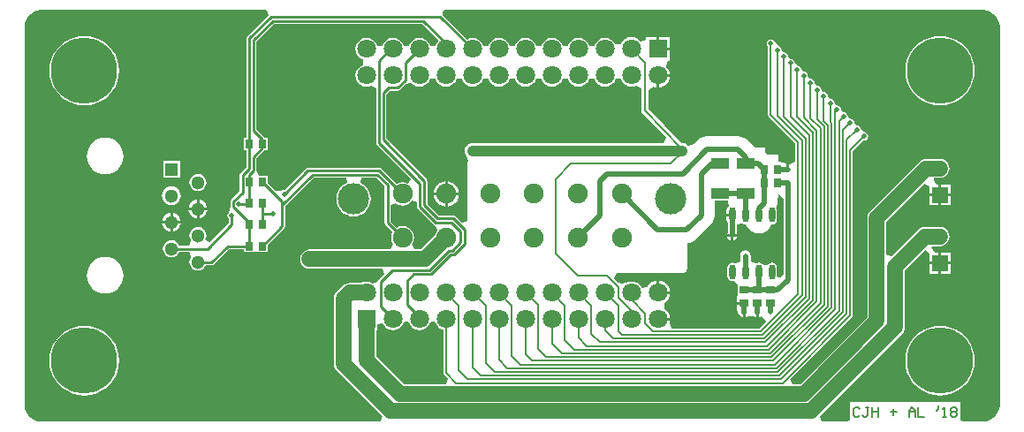
<source format=gtl>
G04*
G04 #@! TF.GenerationSoftware,Altium Limited,Altium Designer,18.0.11 (651)*
G04*
G04 Layer_Physical_Order=1*
G04 Layer_Color=255*
%FSLAX25Y25*%
%MOIN*%
G70*
G01*
G75*
%ADD13C,0.01000*%
%ADD16C,0.00700*%
%ADD17R,0.02756X0.03347*%
%ADD18R,0.03543X0.03150*%
%ADD19R,0.06693X0.04134*%
%ADD20O,0.02362X0.05709*%
%ADD35C,0.02000*%
%ADD36C,0.00800*%
%ADD37C,0.06000*%
%ADD38C,0.25000*%
%ADD39C,0.05118*%
%ADD40R,0.05118X0.05118*%
%ADD41C,0.07087*%
%ADD42R,0.07087X0.07087*%
%ADD43C,0.11811*%
%ADD44C,0.07480*%
%ADD45C,0.05906*%
%ADD46R,0.05906X0.05906*%
%ADD47C,0.02000*%
%ADD48C,0.03600*%
%ADD49C,0.04000*%
%ADD50C,0.04000*%
G36*
X-27926Y66306D02*
X-27955Y65868D01*
X-28619Y65003D01*
X-28968Y64161D01*
X-29383Y63995D01*
X-30617D01*
X-31032Y64161D01*
X-31381Y65003D01*
X-32045Y65868D01*
X-32910Y66533D01*
X-33918Y66950D01*
X-35000Y67092D01*
X-36082Y66950D01*
X-37089Y66533D01*
X-37955Y65868D01*
X-38619Y65003D01*
X-38968Y64161D01*
X-39383Y63995D01*
X-40617D01*
X-41032Y64161D01*
X-41381Y65003D01*
X-42045Y65868D01*
X-42911Y66533D01*
X-43918Y66950D01*
X-45000Y67092D01*
X-46082Y66950D01*
X-47089Y66533D01*
X-47955Y65868D01*
X-48619Y65003D01*
X-48968Y64161D01*
X-49383Y63995D01*
X-50617D01*
X-51032Y64161D01*
X-51381Y65003D01*
X-52045Y65868D01*
X-52911Y66533D01*
X-53918Y66950D01*
X-55000Y67092D01*
X-56082Y66950D01*
X-57090Y66533D01*
X-57955Y65868D01*
X-58619Y65003D01*
X-59037Y63995D01*
X-59179Y62913D01*
X-59037Y61832D01*
X-58619Y60824D01*
X-57955Y59958D01*
X-57090Y59294D01*
X-56248Y58946D01*
X-56082Y58530D01*
Y57297D01*
X-56248Y56881D01*
X-57090Y56533D01*
X-57955Y55868D01*
X-58619Y55003D01*
X-59037Y53995D01*
X-59179Y52913D01*
X-59037Y51832D01*
X-58619Y50824D01*
X-57955Y49958D01*
X-57090Y49294D01*
X-56082Y48877D01*
X-55000Y48734D01*
X-53918Y48877D01*
X-53342Y49116D01*
X-52012Y48540D01*
X-51342Y47977D01*
Y27427D01*
X-51342Y27427D01*
X-51256Y26998D01*
X-51013Y26634D01*
X-38059Y13679D01*
X-39150Y12059D01*
X-40206Y12496D01*
X-41339Y12645D01*
X-42472Y12496D01*
X-43527Y12059D01*
X-43569Y12027D01*
X-49376Y17834D01*
X-49740Y18077D01*
X-50169Y18162D01*
X-50169Y18162D01*
X-77080D01*
X-77080Y18162D01*
X-77509Y18077D01*
X-77873Y17834D01*
X-77873Y17834D01*
X-85960Y9746D01*
X-85998Y9754D01*
X-85998Y9754D01*
X-86622Y9630D01*
X-86622Y9630D01*
X-87152Y9276D01*
X-89205Y9355D01*
X-89299Y9388D01*
X-92319Y12408D01*
Y15073D01*
X-95338D01*
X-95608Y15321D01*
X-95948Y15843D01*
X-96503Y16979D01*
X-96460Y17193D01*
Y21734D01*
X-93468Y24727D01*
X-92319D01*
Y29273D01*
X-93184D01*
X-93186Y29282D01*
X-93429Y29646D01*
X-96460Y32677D01*
Y65833D01*
X-89858Y72436D01*
X-34056D01*
X-27926Y66306D01*
D02*
G37*
G36*
X-28968Y51666D02*
X-28619Y50824D01*
X-27955Y49958D01*
X-27090Y49294D01*
X-26082Y48877D01*
X-25000Y48734D01*
X-23918Y48877D01*
X-22910Y49294D01*
X-22045Y49958D01*
X-21381Y50824D01*
X-21032Y51666D01*
X-20617Y51832D01*
X-19383D01*
X-18968Y51666D01*
X-18619Y50824D01*
X-17955Y49958D01*
X-17089Y49294D01*
X-16082Y48877D01*
X-15000Y48734D01*
X-13918Y48877D01*
X-12911Y49294D01*
X-12045Y49958D01*
X-11381Y50824D01*
X-11032Y51666D01*
X-10617Y51832D01*
X-9383D01*
X-8968Y51666D01*
X-8619Y50824D01*
X-7955Y49958D01*
X-7090Y49294D01*
X-6082Y48877D01*
X-5000Y48734D01*
X-3918Y48877D01*
X-2911Y49294D01*
X-2045Y49958D01*
X-1381Y50824D01*
X-1032Y51666D01*
X-617Y51832D01*
X617D01*
X1032Y51666D01*
X1381Y50824D01*
X2045Y49958D01*
X2911Y49294D01*
X3918Y48877D01*
X5000Y48734D01*
X6082Y48877D01*
X7090Y49294D01*
X7955Y49958D01*
X8619Y50824D01*
X8968Y51666D01*
X9383Y51832D01*
X10617D01*
X11032Y51666D01*
X11381Y50824D01*
X12045Y49958D01*
X12911Y49294D01*
X13918Y48877D01*
X15000Y48734D01*
X16082Y48877D01*
X17089Y49294D01*
X17955Y49958D01*
X18619Y50824D01*
X18968Y51666D01*
X19383Y51832D01*
X20617D01*
X21032Y51666D01*
X21381Y50824D01*
X22045Y49958D01*
X22910Y49294D01*
X23918Y48877D01*
X25000Y48734D01*
X26082Y48877D01*
X27090Y49294D01*
X27955Y49958D01*
X28619Y50824D01*
X28968Y51666D01*
X29383Y51832D01*
X30617D01*
X31032Y51666D01*
X31381Y50824D01*
X32045Y49958D01*
X32910Y49294D01*
X33918Y48877D01*
X35000Y48734D01*
X36082Y48877D01*
X37089Y49294D01*
X37955Y49958D01*
X38619Y50824D01*
X38968Y51666D01*
X39383Y51832D01*
X40617D01*
X41032Y51666D01*
X41381Y50824D01*
X42045Y49958D01*
X42911Y49294D01*
X43918Y48877D01*
X45000Y48734D01*
X46082Y48877D01*
X46611Y49096D01*
X48020Y48467D01*
X48611Y47941D01*
Y39677D01*
X48663Y39417D01*
X48709Y39157D01*
X48717Y39145D01*
X48720Y39130D01*
X48867Y38910D01*
X49009Y38688D01*
X58051Y29275D01*
X57267Y27435D01*
X-14921D01*
X-15704Y27332D01*
X-16434Y27030D01*
X-17061Y26549D01*
X-17542Y25922D01*
X-17844Y25193D01*
X-17947Y24409D01*
X-17844Y23626D01*
X-17542Y22896D01*
X-17061Y22270D01*
X-16589Y20800D01*
X-16889Y20077D01*
Y19686D01*
Y-1777D01*
X-18889Y-2606D01*
X-21303Y-192D01*
X-21666Y51D01*
X-22096Y137D01*
X-22096Y137D01*
X-27705D01*
X-32023Y4455D01*
Y13127D01*
X-32108Y13556D01*
X-32351Y13920D01*
X-32351Y13920D01*
X-47499Y29068D01*
Y45857D01*
X-46207Y47148D01*
X-43077D01*
X-43077Y47148D01*
X-42647Y47234D01*
X-42284Y47477D01*
X-40183Y49577D01*
X-38315Y49897D01*
X-37555Y49651D01*
X-37089Y49294D01*
X-36082Y48877D01*
X-35000Y48734D01*
X-33918Y48877D01*
X-32910Y49294D01*
X-32045Y49958D01*
X-31381Y50824D01*
X-31032Y51666D01*
X-30617Y51832D01*
X-29383D01*
X-28968Y51666D01*
D02*
G37*
G36*
X179165Y77457D02*
X180412Y76941D01*
X181535Y76190D01*
X182490Y75236D01*
X183240Y74113D01*
X183756Y72865D01*
X184020Y71541D01*
Y70866D01*
Y-70866D01*
Y-71541D01*
X183756Y-72865D01*
X183240Y-74113D01*
X182490Y-75236D01*
X181535Y-76190D01*
X180412Y-76941D01*
X179165Y-77457D01*
X177840Y-77721D01*
X170845D01*
X169094Y-77120D01*
X169094Y-75721D01*
Y-70438D01*
X127423D01*
Y-75721D01*
X127423Y-77120D01*
X125672Y-77721D01*
X116859D01*
X116057Y-75721D01*
X147108Y-44670D01*
X147685Y-43918D01*
X148048Y-43042D01*
X148172Y-42102D01*
Y-20649D01*
X155864Y-12957D01*
X157428Y-14157D01*
X157465Y-15360D01*
X157465Y-15812D01*
Y-17374D01*
X160917D01*
Y-13921D01*
X159433D01*
X158190Y-11921D01*
X158395Y-11505D01*
X161417D01*
X162357Y-11381D01*
X163233Y-11019D01*
X163985Y-10442D01*
X164562Y-9690D01*
X164925Y-8814D01*
X165048Y-7874D01*
X164925Y-6934D01*
X164562Y-6058D01*
X163985Y-5306D01*
X163233Y-4729D01*
X162357Y-4367D01*
X161417Y-4243D01*
X155812D01*
X154872Y-4367D01*
X153996Y-4729D01*
X153244Y-5306D01*
X153244Y-5306D01*
X143209Y-15341D01*
X141209Y-14513D01*
Y-2302D01*
X155554Y12042D01*
X157465Y11125D01*
X157465Y10118D01*
Y8374D01*
X160917D01*
Y11827D01*
X160068D01*
X159054Y13314D01*
X158963Y13827D01*
X159225Y14243D01*
X161417D01*
X162357Y14367D01*
X163233Y14729D01*
X163985Y15306D01*
X164562Y16059D01*
X164925Y16934D01*
X165048Y17874D01*
X164925Y18814D01*
X164562Y19690D01*
X163985Y20442D01*
X163233Y21019D01*
X162357Y21381D01*
X161417Y21505D01*
X156251D01*
X155311Y21381D01*
X154435Y21019D01*
X153683Y20442D01*
X135011Y1769D01*
X134434Y1017D01*
X134071Y141D01*
X133947Y-798D01*
Y-38227D01*
X108685Y-63489D01*
X105672D01*
X104906Y-61641D01*
X128292Y-38255D01*
X128513Y-37924D01*
X128591Y-37534D01*
Y24428D01*
X132501Y28338D01*
X132659Y28306D01*
X132659Y28306D01*
X133283Y28431D01*
X133656Y28680D01*
X133812Y28784D01*
Y28784D01*
X134062Y29158D01*
X134166Y29313D01*
X134166Y29314D01*
X134290Y29938D01*
X134166Y30562D01*
X134166Y30562D01*
X133812Y31091D01*
X133812Y31091D01*
X133283Y31445D01*
X132618Y31607D01*
X131740Y32412D01*
X131524Y33121D01*
X131170Y33650D01*
X130641Y34004D01*
X129981Y34164D01*
X129170Y35001D01*
X129026Y35645D01*
X128673Y36175D01*
X128143Y36528D01*
X127519Y36652D01*
X126699Y37359D01*
X126547Y38008D01*
X126193Y38537D01*
X125664Y38891D01*
X124970Y39090D01*
X124170Y39959D01*
X124020Y40612D01*
X123666Y41141D01*
X123137Y41495D01*
X122472Y41660D01*
X121661Y42501D01*
X121515Y43148D01*
Y43148D01*
X121161Y43677D01*
X120632Y44031D01*
X119972Y44189D01*
X119126Y45007D01*
X118947Y45684D01*
Y45684D01*
X118593Y46214D01*
X118064Y46567D01*
X117440Y46691D01*
X116636Y47432D01*
X116506Y48062D01*
X116506Y48062D01*
X116152Y48592D01*
X115623Y48945D01*
X114917Y49163D01*
X114137Y50056D01*
X114001Y50694D01*
X114001Y50694D01*
X113647Y51223D01*
X113118Y51577D01*
X112376Y51844D01*
X111606Y52776D01*
X111472Y53382D01*
X111465Y53420D01*
X111111Y53949D01*
X110582Y54303D01*
X109958Y54427D01*
X109181Y54931D01*
X109023Y55576D01*
Y55576D01*
X108670Y56106D01*
X108141Y56459D01*
X107435Y56677D01*
X106655Y57570D01*
X106519Y58208D01*
X106519Y58208D01*
X106165Y58737D01*
X105636Y59091D01*
X105012Y59215D01*
X104175Y59961D01*
X104014Y60617D01*
X103661Y61146D01*
X103131Y61500D01*
X102469Y61663D01*
X101645Y62495D01*
X101488Y63152D01*
Y63152D01*
X101135Y63681D01*
X100605Y64035D01*
X100296Y64096D01*
X99082Y65558D01*
X98729Y66087D01*
X98199Y66441D01*
X98199Y66441D01*
X97759Y66528D01*
X97575Y66565D01*
X97527Y66555D01*
X97527Y66555D01*
X97520Y66554D01*
X96951Y66441D01*
X96422Y66087D01*
X96172Y65714D01*
X96068Y65558D01*
X96068Y65558D01*
X96031Y65374D01*
X95944Y64934D01*
X96068Y64309D01*
X96422Y63780D01*
X96422Y63780D01*
X96556Y63691D01*
Y38155D01*
X96633Y37765D01*
X96854Y37434D01*
X106878Y27411D01*
Y20263D01*
X106853Y20239D01*
X104878Y19377D01*
X104868Y19384D01*
X104587Y19440D01*
Y17500D01*
X103587D01*
Y19721D01*
X102339Y20173D01*
D01*
X100417Y20363D01*
Y23173D01*
X96498D01*
X96495Y23176D01*
X95451Y23978D01*
X95346Y24021D01*
Y25677D01*
X91529D01*
X88622Y28584D01*
X87577Y29386D01*
X86361Y29890D01*
X85056Y30061D01*
X73572D01*
X72266Y29890D01*
X71050Y29386D01*
X70006Y28584D01*
X68419Y26997D01*
X66313Y26549D01*
X65686Y27030D01*
X64956Y27332D01*
X64173Y27435D01*
X64169Y27435D01*
X64165Y27435D01*
X63778D01*
X51466Y40251D01*
Y47377D01*
X51735Y47717D01*
X53466Y48631D01*
X53814Y48487D01*
X54500Y48397D01*
Y52913D01*
X55000D01*
Y53413D01*
X59517D01*
X59426Y54099D01*
X58969Y55205D01*
X58240Y56154D01*
X57958Y56370D01*
X58637Y58370D01*
X59543D01*
Y62413D01*
X55000D01*
Y62913D01*
X54500D01*
Y67457D01*
X50457D01*
Y66551D01*
X48457Y65872D01*
X48240Y66154D01*
X47291Y66882D01*
X46186Y67340D01*
X45000Y67496D01*
X43814Y67340D01*
X42709Y66882D01*
X41760Y66154D01*
X41031Y65205D01*
X40866Y64805D01*
X38726Y64745D01*
X38619Y65003D01*
X37955Y65868D01*
X37089Y66533D01*
X36082Y66950D01*
X35000Y67092D01*
X33918Y66950D01*
X32910Y66533D01*
X32045Y65868D01*
X31381Y65003D01*
X31032Y64161D01*
X30617Y63995D01*
X29383D01*
X28968Y64161D01*
X28619Y65003D01*
X27955Y65868D01*
X27090Y66533D01*
X26082Y66950D01*
X25000Y67092D01*
X23918Y66950D01*
X22910Y66533D01*
X22045Y65868D01*
X21381Y65003D01*
X21032Y64161D01*
X20617Y63995D01*
X19383D01*
X18968Y64161D01*
X18619Y65003D01*
X17955Y65868D01*
X17089Y66533D01*
X16082Y66950D01*
X15000Y67092D01*
X13918Y66950D01*
X12911Y66533D01*
X12045Y65868D01*
X11381Y65003D01*
X11032Y64161D01*
X10617Y63995D01*
X9383D01*
X8968Y64161D01*
X8619Y65003D01*
X7955Y65868D01*
X7090Y66533D01*
X6082Y66950D01*
X5000Y67092D01*
X3918Y66950D01*
X2911Y66533D01*
X2045Y65868D01*
X1381Y65003D01*
X1032Y64161D01*
X617Y63995D01*
X-617D01*
X-1032Y64161D01*
X-1381Y65003D01*
X-2045Y65868D01*
X-2911Y66533D01*
X-3918Y66950D01*
X-5000Y67092D01*
X-6082Y66950D01*
X-7090Y66533D01*
X-7955Y65868D01*
X-8619Y65003D01*
X-8968Y64161D01*
X-9383Y63995D01*
X-10617D01*
X-11032Y64161D01*
X-11381Y65003D01*
X-12045Y65868D01*
X-12911Y66533D01*
X-13918Y66950D01*
X-15000Y67092D01*
X-16082Y66950D01*
X-17050Y66549D01*
X-26221Y75721D01*
X-26068Y76664D01*
X-25500Y77721D01*
X177840D01*
X179165Y77457D01*
D02*
G37*
G36*
X-36072Y5262D02*
X-35866Y5147D01*
Y3327D01*
X-35866Y3327D01*
X-35781Y2898D01*
X-35537Y2534D01*
X-29625Y-3378D01*
X-29625Y-3378D01*
X-29261Y-3621D01*
X-29149Y-3643D01*
X-28797Y-4074D01*
X-28669Y-4330D01*
X-28308Y-5706D01*
X-28594Y-6079D01*
X-29032Y-7135D01*
X-29066Y-7395D01*
X-34396Y-12726D01*
X-36896D01*
X-36917Y-12705D01*
X-37754Y-10726D01*
X-37547Y-10457D01*
X-37110Y-9401D01*
X-36961Y-8268D01*
X-37110Y-7135D01*
X-37547Y-6079D01*
X-38243Y-5172D01*
X-39150Y-4477D01*
X-40206Y-4039D01*
X-41339Y-3890D01*
X-42472Y-4039D01*
X-43527Y-4477D01*
X-43536Y-4484D01*
X-45836Y-2184D01*
Y3848D01*
X-45730Y3948D01*
X-43836Y4714D01*
X-43527Y4477D01*
X-42472Y4039D01*
X-41339Y3890D01*
X-40206Y4039D01*
X-39150Y4477D01*
X-38243Y5172D01*
X-37866Y5664D01*
X-36072Y5262D01*
D02*
G37*
G36*
X102447Y6528D02*
Y-22259D01*
X101175Y-23298D01*
X100530Y-23110D01*
X99816Y-22726D01*
Y-19555D01*
X99678Y-18860D01*
X99284Y-18271D01*
X98695Y-17877D01*
X98000Y-17739D01*
X97305Y-17877D01*
X96716Y-18271D01*
X96611Y-18428D01*
X95913Y-18584D01*
X95087D01*
X94389Y-18428D01*
X94284Y-18271D01*
X93695Y-17877D01*
X93000Y-17739D01*
X92305Y-17877D01*
X92039Y-18055D01*
X90822Y-17689D01*
X90039Y-17180D01*
Y-15135D01*
X89884Y-14354D01*
X89442Y-13693D01*
X88780Y-13251D01*
X88000Y-13095D01*
X87220Y-13251D01*
X86558Y-13693D01*
X86116Y-14354D01*
X85961Y-15135D01*
Y-17180D01*
X85178Y-17689D01*
X83961Y-18055D01*
X83695Y-17877D01*
X83000Y-17739D01*
X82305Y-17877D01*
X81716Y-18271D01*
X81322Y-18860D01*
X81184Y-19555D01*
Y-22902D01*
X81322Y-23596D01*
X81716Y-24186D01*
X82305Y-24579D01*
X83000Y-24718D01*
X83695Y-24579D01*
X85128Y-26027D01*
Y-30214D01*
X84728Y-30386D01*
Y-32461D01*
X87500D01*
Y-33461D01*
X84728D01*
Y-35535D01*
X84728D01*
X85593Y-37178D01*
X85616Y-37296D01*
X86058Y-37957D01*
X86720Y-38399D01*
X87000Y-38455D01*
Y-36516D01*
X88000D01*
Y-38455D01*
X88280Y-38399D01*
X88890Y-37992D01*
X88972Y-37957D01*
X90991Y-37912D01*
X91153Y-37974D01*
X91720Y-38352D01*
X92000Y-38408D01*
Y-36468D01*
X93000D01*
Y-38408D01*
X93280Y-38352D01*
X93890Y-37945D01*
X93972Y-37909D01*
X94051Y-37908D01*
X95927Y-39866D01*
X95916Y-40029D01*
X93445Y-42500D01*
X60544D01*
X60211Y-42239D01*
X59286Y-40500D01*
X59426Y-40162D01*
X59517Y-39476D01*
X55000D01*
Y-38476D01*
X59517D01*
X59426Y-37790D01*
X58969Y-36685D01*
X58240Y-35736D01*
X57377Y-35074D01*
X57291Y-34500D01*
Y-33453D01*
X57377Y-32879D01*
X58240Y-32217D01*
X58969Y-31268D01*
X59426Y-30162D01*
X59517Y-29476D01*
X55000D01*
Y-28976D01*
X54500D01*
Y-24460D01*
X53814Y-24550D01*
X52709Y-25008D01*
X51760Y-25736D01*
X51031Y-26685D01*
X50866Y-27085D01*
X48726Y-27145D01*
X48619Y-26887D01*
X47955Y-26021D01*
X47089Y-25357D01*
X46082Y-24940D01*
X45000Y-24797D01*
X43918Y-24940D01*
X42911Y-25357D01*
X41473Y-25740D01*
X40215Y-25120D01*
X38596Y-23501D01*
X39361Y-21654D01*
X64565D01*
X65288Y-21354D01*
X65842Y-20800D01*
X66142Y-20077D01*
Y-10316D01*
X67120Y-10187D01*
X68337Y-9683D01*
X69381Y-8882D01*
X74886Y-3376D01*
X75688Y-2332D01*
X76192Y-1115D01*
X76363Y190D01*
Y5723D01*
X81467D01*
X81601Y5375D01*
X81800Y3723D01*
X81428Y3474D01*
X80945Y2753D01*
X80776Y1902D01*
Y728D01*
X83000D01*
Y-272D01*
X80776D01*
Y-1445D01*
X80945Y-2296D01*
X81369Y-2929D01*
Y-6246D01*
X81116Y-6624D01*
X81060Y-6904D01*
X84940D01*
X84884Y-6624D01*
X84631Y-6246D01*
Y-3311D01*
X86569Y-2779D01*
X86706Y-2795D01*
X86904Y-2854D01*
X87305Y-3123D01*
X88000Y-3261D01*
X88133Y-3234D01*
X88474Y-4058D01*
X89305Y-5140D01*
X90387Y-5971D01*
X91647Y-6493D01*
X93000Y-6671D01*
X94353Y-6493D01*
X95613Y-5971D01*
X96695Y-5140D01*
X97526Y-4058D01*
X97867Y-3234D01*
X98000Y-3261D01*
X98695Y-3123D01*
X99284Y-2729D01*
X99678Y-2140D01*
X99816Y-1445D01*
Y1902D01*
X99678Y2596D01*
X99578Y2746D01*
X99911Y3549D01*
X100083Y4854D01*
Y6827D01*
X100417D01*
Y8264D01*
X100447Y8269D01*
X102447Y6528D01*
D02*
G37*
G36*
X-92161Y76664D02*
X-92008Y75721D01*
X-99975Y67753D01*
X-100218Y67390D01*
X-100303Y66961D01*
X-100303Y66960D01*
Y29273D01*
X-101196D01*
Y24727D01*
X-100303D01*
Y18320D01*
X-102489Y16134D01*
X-102732Y15770D01*
X-102818Y15341D01*
X-102818Y15341D01*
Y10671D01*
X-102818Y10671D01*
X-102817Y10667D01*
Y9316D01*
X-106056Y6078D01*
X-106299Y5714D01*
X-106384Y5284D01*
X-106384Y5284D01*
Y3624D01*
X-106384Y3545D01*
X-106398Y2757D01*
X-106598Y2029D01*
X-106931Y1261D01*
X-106993Y1156D01*
X-107300Y696D01*
X-107425Y71D01*
X-107300Y-553D01*
X-106947Y-1082D01*
X-107036Y-2963D01*
X-114128Y-10055D01*
X-115784Y-9097D01*
X-115466Y-8329D01*
X-115357Y-7504D01*
X-115466Y-6679D01*
X-115784Y-5911D01*
X-116290Y-5251D01*
X-116950Y-4744D01*
X-117719Y-4426D01*
X-118543Y-4318D01*
X-119368Y-4426D01*
X-120136Y-4744D01*
X-120796Y-5251D01*
X-121303Y-5911D01*
X-121621Y-6679D01*
X-121730Y-7504D01*
X-121621Y-8329D01*
X-121303Y-9097D01*
X-121084Y-9382D01*
X-121475Y-10702D01*
X-121964Y-11382D01*
X-125589D01*
X-125784Y-10911D01*
X-126290Y-10251D01*
X-126950Y-9745D01*
X-127719Y-9426D01*
X-128543Y-9318D01*
X-129368Y-9426D01*
X-130137Y-9745D01*
X-130796Y-10251D01*
X-131303Y-10911D01*
X-131621Y-11679D01*
X-131730Y-12504D01*
X-131621Y-13329D01*
X-131303Y-14097D01*
X-130796Y-14757D01*
X-130137Y-15263D01*
X-129368Y-15582D01*
X-128543Y-15690D01*
X-127719Y-15582D01*
X-126950Y-15263D01*
X-126290Y-14757D01*
X-125784Y-14097D01*
X-125589Y-13625D01*
X-121964D01*
X-121475Y-14306D01*
X-121084Y-15626D01*
X-121303Y-15911D01*
X-121621Y-16679D01*
X-121730Y-17504D01*
X-121621Y-18329D01*
X-121303Y-19097D01*
X-120796Y-19757D01*
X-120136Y-20263D01*
X-119368Y-20582D01*
X-118543Y-20690D01*
X-117719Y-20582D01*
X-116950Y-20263D01*
X-116290Y-19757D01*
X-115784Y-19097D01*
X-115588Y-18625D01*
X-113394D01*
X-113394Y-18625D01*
X-112964Y-18540D01*
X-112601Y-18297D01*
X-106905Y-12601D01*
X-101196D01*
Y-13753D01*
X-96758Y-13753D01*
X-95240Y-13753D01*
X-92319D01*
Y-11088D01*
X-85971Y-4740D01*
X-85971Y-4740D01*
X-85728Y-4376D01*
X-85643Y-3947D01*
Y3459D01*
X-74782Y14319D01*
X-62705D01*
X-62344Y12339D01*
X-63474Y11734D01*
X-64465Y10922D01*
X-65278Y9931D01*
X-65882Y8801D01*
X-66254Y7575D01*
X-66379Y6299D01*
X-66254Y5024D01*
X-65882Y3798D01*
X-65278Y2667D01*
X-64465Y1677D01*
X-63474Y864D01*
X-62344Y260D01*
X-61118Y-112D01*
X-59842Y-238D01*
X-58567Y-112D01*
X-57341Y260D01*
X-56211Y864D01*
X-55220Y1677D01*
X-54407Y2667D01*
X-53803Y3798D01*
X-53431Y5024D01*
X-53306Y6299D01*
X-53431Y7575D01*
X-53803Y8801D01*
X-54407Y9931D01*
X-55220Y10922D01*
X-56211Y11734D01*
X-57341Y12339D01*
X-56980Y14319D01*
X-51297D01*
X-48079Y11102D01*
Y-2648D01*
X-48079Y-2648D01*
X-47994Y-3078D01*
X-47751Y-3442D01*
X-45123Y-6070D01*
X-45130Y-6079D01*
X-45567Y-7135D01*
X-45716Y-8268D01*
X-45567Y-9401D01*
X-45130Y-10457D01*
X-44923Y-10726D01*
X-45760Y-12705D01*
X-45781Y-12726D01*
X-76412D01*
X-77352Y-12850D01*
X-78227Y-13213D01*
X-78979Y-13790D01*
X-79556Y-14541D01*
X-79919Y-15417D01*
X-80043Y-16357D01*
X-79919Y-17297D01*
X-79556Y-18173D01*
X-78979Y-18925D01*
X-78227Y-19502D01*
X-77352Y-19864D01*
X-76412Y-19988D01*
X-48916D01*
X-48151Y-21836D01*
X-50436Y-24121D01*
X-50679Y-24485D01*
X-50710Y-24638D01*
X-51574Y-25139D01*
X-52765Y-25469D01*
X-52911Y-25357D01*
X-53918Y-24940D01*
X-55000Y-24797D01*
X-56082Y-24940D01*
X-57061Y-25345D01*
X-61357D01*
X-62297Y-25469D01*
X-63173Y-25832D01*
X-63925Y-26409D01*
X-66219Y-28704D01*
X-66796Y-29456D01*
X-67159Y-30331D01*
X-67283Y-31271D01*
Y-55820D01*
X-67159Y-56760D01*
X-66796Y-57635D01*
X-66219Y-58387D01*
X-48886Y-75721D01*
X-49687Y-77721D01*
X-177840D01*
X-179165Y-77457D01*
X-180412Y-76941D01*
X-181535Y-76190D01*
X-182490Y-75236D01*
X-183240Y-74113D01*
X-183756Y-72865D01*
X-184020Y-71541D01*
Y-70866D01*
Y70866D01*
Y71541D01*
X-183756Y72865D01*
X-183240Y74113D01*
X-182490Y75236D01*
X-181535Y76190D01*
X-180412Y76941D01*
X-179165Y77457D01*
X-177840Y77721D01*
X-92729D01*
X-92161Y76664D01*
D02*
G37*
G36*
X-28968Y-40224D02*
X-28619Y-41066D01*
X-27955Y-41931D01*
X-27090Y-42595D01*
X-26082Y-43013D01*
X-26020Y-43021D01*
Y-59367D01*
X-25942Y-59757D01*
X-25721Y-60087D01*
X-24168Y-61641D01*
X-24933Y-63489D01*
X-40835D01*
X-51369Y-52954D01*
Y-43120D01*
X-50857D01*
Y-40890D01*
X-48857Y-40492D01*
X-48619Y-41066D01*
X-47955Y-41931D01*
X-47089Y-42595D01*
X-46082Y-43013D01*
X-45000Y-43155D01*
X-43918Y-43013D01*
X-42911Y-42595D01*
X-42045Y-41931D01*
X-41381Y-41066D01*
X-41032Y-40224D01*
X-40617Y-40058D01*
X-39383D01*
X-38968Y-40224D01*
X-38619Y-41066D01*
X-37955Y-41931D01*
X-37089Y-42595D01*
X-36082Y-43013D01*
X-35000Y-43155D01*
X-33918Y-43013D01*
X-32910Y-42595D01*
X-32045Y-41931D01*
X-31381Y-41066D01*
X-31032Y-40224D01*
X-30617Y-40058D01*
X-29383D01*
X-28968Y-40224D01*
D02*
G37*
%LPC*%
G36*
X-24303Y12983D02*
Y8768D01*
X-20088D01*
X-20185Y9505D01*
X-20663Y10658D01*
X-21422Y11648D01*
X-22413Y12408D01*
X-23566Y12886D01*
X-24303Y12983D01*
D02*
G37*
G36*
X-25303D02*
X-26041Y12886D01*
X-27194Y12408D01*
X-28184Y11648D01*
X-28944Y10658D01*
X-29421Y9505D01*
X-29518Y8768D01*
X-25303D01*
Y12983D01*
D02*
G37*
G36*
X-20088Y7768D02*
X-24303D01*
Y3553D01*
X-23566Y3650D01*
X-22413Y4127D01*
X-21422Y4887D01*
X-20663Y5877D01*
X-20185Y7030D01*
X-20088Y7768D01*
D02*
G37*
G36*
X-25303D02*
X-29518D01*
X-29421Y7030D01*
X-28944Y5877D01*
X-28184Y4887D01*
X-27194Y4127D01*
X-26041Y3650D01*
X-25303Y3553D01*
Y7768D01*
D02*
G37*
G36*
X59543Y67457D02*
X55500D01*
Y63413D01*
X59543D01*
Y67457D01*
D02*
G37*
G36*
X59517Y52413D02*
X55500D01*
Y48397D01*
X56186Y48487D01*
X57291Y48945D01*
X58240Y49673D01*
X58969Y50622D01*
X59426Y51727D01*
X59517Y52413D01*
D02*
G37*
G36*
X161417Y67865D02*
X159362Y67703D01*
X157357Y67222D01*
X155452Y66433D01*
X153693Y65355D01*
X152126Y64016D01*
X150786Y62448D01*
X149709Y60690D01*
X148920Y58785D01*
X148439Y56780D01*
X148277Y54724D01*
X148439Y52669D01*
X148920Y50664D01*
X149709Y48759D01*
X150786Y47001D01*
X152126Y45433D01*
X153693Y44093D01*
X155452Y43016D01*
X157357Y42227D01*
X159362Y41746D01*
X161417Y41584D01*
X163473Y41746D01*
X165478Y42227D01*
X167383Y43016D01*
X169141Y44093D01*
X170709Y45433D01*
X172048Y47001D01*
X173126Y48759D01*
X173915Y50664D01*
X174396Y52669D01*
X174558Y54724D01*
X174396Y56780D01*
X173915Y58785D01*
X173126Y60690D01*
X172048Y62448D01*
X170709Y64016D01*
X169141Y65355D01*
X167383Y66433D01*
X165478Y67222D01*
X163473Y67703D01*
X161417Y67865D01*
D02*
G37*
G36*
X161917Y11827D02*
Y8374D01*
X165370D01*
Y11827D01*
X161917D01*
D02*
G37*
G36*
X165370Y7374D02*
X161917D01*
Y3921D01*
X165370D01*
Y7374D01*
D02*
G37*
G36*
X160917D02*
X157465D01*
Y3921D01*
X160917D01*
Y7374D01*
D02*
G37*
G36*
X161917Y-13921D02*
Y-17374D01*
X165370D01*
Y-13921D01*
X161917D01*
D02*
G37*
G36*
X165370Y-18374D02*
X161917D01*
Y-21827D01*
X165370D01*
Y-18374D01*
D02*
G37*
G36*
X160917D02*
X157465D01*
Y-21827D01*
X160917D01*
Y-18374D01*
D02*
G37*
G36*
X161417Y-41584D02*
X159362Y-41746D01*
X157357Y-42227D01*
X155452Y-43016D01*
X153693Y-44093D01*
X152126Y-45433D01*
X150786Y-47001D01*
X149709Y-48759D01*
X148920Y-50664D01*
X148439Y-52669D01*
X148277Y-54724D01*
X148439Y-56780D01*
X148920Y-58785D01*
X149709Y-60690D01*
X150786Y-62448D01*
X152126Y-64016D01*
X153693Y-65355D01*
X155452Y-66433D01*
X157357Y-67222D01*
X159362Y-67703D01*
X161417Y-67865D01*
X163473Y-67703D01*
X165478Y-67222D01*
X167383Y-66433D01*
X169141Y-65355D01*
X170709Y-64016D01*
X172048Y-62448D01*
X173126Y-60690D01*
X173915Y-58785D01*
X174396Y-56780D01*
X174558Y-54724D01*
X174396Y-52669D01*
X173915Y-50664D01*
X173126Y-48759D01*
X172048Y-47001D01*
X170709Y-45433D01*
X169141Y-44093D01*
X167383Y-43016D01*
X165478Y-42227D01*
X163473Y-41746D01*
X161417Y-41584D01*
D02*
G37*
G36*
X84940Y-7904D02*
X83500D01*
Y-9344D01*
X83780Y-9288D01*
X84442Y-8846D01*
X84884Y-8185D01*
X84940Y-7904D01*
D02*
G37*
G36*
X82500D02*
X81060D01*
X81116Y-8185D01*
X81558Y-8846D01*
X82220Y-9288D01*
X82500Y-9344D01*
Y-7904D01*
D02*
G37*
G36*
X55500Y-24460D02*
Y-28476D01*
X59517D01*
X59426Y-27790D01*
X58969Y-26685D01*
X58240Y-25736D01*
X57291Y-25008D01*
X56186Y-24550D01*
X55500Y-24460D01*
D02*
G37*
G36*
X-161417Y67865D02*
X-163473Y67703D01*
X-165478Y67222D01*
X-167383Y66433D01*
X-169141Y65355D01*
X-170709Y64016D01*
X-172048Y62448D01*
X-173126Y60690D01*
X-173915Y58785D01*
X-174396Y56780D01*
X-174558Y54724D01*
X-174396Y52669D01*
X-173915Y50664D01*
X-173126Y48759D01*
X-172048Y47001D01*
X-170709Y45433D01*
X-169141Y44093D01*
X-167383Y43016D01*
X-165478Y42227D01*
X-163473Y41746D01*
X-161417Y41584D01*
X-159362Y41746D01*
X-157357Y42227D01*
X-155452Y43016D01*
X-153693Y44093D01*
X-152126Y45433D01*
X-150786Y47001D01*
X-149709Y48759D01*
X-148920Y50664D01*
X-148439Y52669D01*
X-148277Y54724D01*
X-148439Y56780D01*
X-148920Y58785D01*
X-149709Y60690D01*
X-150786Y62448D01*
X-152126Y64016D01*
X-153693Y65355D01*
X-155452Y66433D01*
X-157357Y67222D01*
X-159362Y67703D01*
X-161417Y67865D01*
D02*
G37*
G36*
X-153543Y29436D02*
X-154896Y29303D01*
X-156196Y28909D01*
X-157395Y28268D01*
X-158445Y27406D01*
X-159308Y26355D01*
X-159948Y25157D01*
X-160343Y23856D01*
X-160476Y22504D01*
X-160343Y21151D01*
X-159948Y19851D01*
X-159308Y18652D01*
X-158445Y17602D01*
X-157395Y16740D01*
X-156196Y16099D01*
X-154896Y15705D01*
X-153543Y15571D01*
X-152191Y15705D01*
X-150890Y16099D01*
X-149692Y16740D01*
X-148641Y17602D01*
X-147779Y18652D01*
X-147138Y19851D01*
X-146744Y21151D01*
X-146611Y22504D01*
X-146744Y23856D01*
X-147138Y25157D01*
X-147779Y26355D01*
X-148641Y27406D01*
X-149692Y28268D01*
X-150890Y28909D01*
X-152191Y29303D01*
X-153543Y29436D01*
D02*
G37*
G36*
X-125384Y20655D02*
X-131702D01*
Y14337D01*
X-125384D01*
Y20655D01*
D02*
G37*
G36*
X-118543Y15682D02*
X-119368Y15574D01*
X-120136Y15256D01*
X-120796Y14749D01*
X-121303Y14089D01*
X-121621Y13321D01*
X-121730Y12496D01*
X-121621Y11671D01*
X-121303Y10903D01*
X-120796Y10243D01*
X-120136Y9737D01*
X-119368Y9418D01*
X-118543Y9310D01*
X-117719Y9418D01*
X-116950Y9737D01*
X-116290Y10243D01*
X-115784Y10903D01*
X-115466Y11671D01*
X-115357Y12496D01*
X-115466Y13321D01*
X-115784Y14089D01*
X-116290Y14749D01*
X-116950Y15256D01*
X-117719Y15574D01*
X-118543Y15682D01*
D02*
G37*
G36*
X-128543Y11086D02*
X-129472Y10964D01*
X-130338Y10605D01*
X-131082Y10034D01*
X-131652Y9291D01*
X-132011Y8425D01*
X-132133Y7496D01*
X-132011Y6567D01*
X-131652Y5701D01*
X-131082Y4958D01*
X-130338Y4387D01*
X-129472Y4029D01*
X-128543Y3906D01*
X-127614Y4029D01*
X-126748Y4387D01*
X-126005Y4958D01*
X-125435Y5701D01*
X-125076Y6567D01*
X-124953Y7496D01*
X-125076Y8425D01*
X-125435Y9291D01*
X-126005Y10034D01*
X-126748Y10605D01*
X-127614Y10964D01*
X-128543Y11086D01*
D02*
G37*
G36*
X-118043Y6020D02*
Y2996D01*
X-115019D01*
X-115076Y3425D01*
X-115435Y4291D01*
X-116005Y5034D01*
X-116748Y5605D01*
X-117614Y5963D01*
X-118043Y6020D01*
D02*
G37*
G36*
X-119043D02*
X-119472Y5963D01*
X-120338Y5605D01*
X-121082Y5034D01*
X-121652Y4291D01*
X-122011Y3425D01*
X-122067Y2996D01*
X-119043D01*
Y6020D01*
D02*
G37*
G36*
Y1996D02*
X-122067D01*
X-122011Y1567D01*
X-121652Y701D01*
X-121082Y-42D01*
X-120338Y-613D01*
X-119472Y-971D01*
X-119043Y-1028D01*
Y1996D01*
D02*
G37*
G36*
X-115019D02*
X-118043D01*
Y-1028D01*
X-117614Y-971D01*
X-116748Y-613D01*
X-116005Y-42D01*
X-115435Y701D01*
X-115076Y1567D01*
X-115019Y1996D01*
D02*
G37*
G36*
X-128043Y1020D02*
Y-2004D01*
X-125019D01*
X-125076Y-1575D01*
X-125435Y-709D01*
X-126005Y34D01*
X-126748Y605D01*
X-127614Y963D01*
X-128043Y1020D01*
D02*
G37*
G36*
X-129043D02*
X-129472Y963D01*
X-130338Y605D01*
X-131082Y34D01*
X-131652Y-709D01*
X-132011Y-1575D01*
X-132067Y-2004D01*
X-129043D01*
Y1020D01*
D02*
G37*
G36*
Y-3004D02*
X-132067D01*
X-132011Y-3433D01*
X-131652Y-4299D01*
X-131082Y-5042D01*
X-130338Y-5613D01*
X-129472Y-5971D01*
X-129043Y-6028D01*
Y-3004D01*
D02*
G37*
G36*
X-125019D02*
X-128043D01*
Y-6028D01*
X-127614Y-5971D01*
X-126748Y-5613D01*
X-126005Y-5042D01*
X-125435Y-4299D01*
X-125076Y-3433D01*
X-125019Y-3004D01*
D02*
G37*
G36*
X-153543Y-15571D02*
X-154896Y-15705D01*
X-156196Y-16099D01*
X-157395Y-16740D01*
X-158445Y-17602D01*
X-159308Y-18652D01*
X-159948Y-19851D01*
X-160343Y-21151D01*
X-160476Y-22504D01*
X-160343Y-23856D01*
X-159948Y-25157D01*
X-159308Y-26355D01*
X-158445Y-27406D01*
X-157395Y-28268D01*
X-156196Y-28909D01*
X-154896Y-29303D01*
X-153543Y-29436D01*
X-152191Y-29303D01*
X-150890Y-28909D01*
X-149692Y-28268D01*
X-148641Y-27406D01*
X-147779Y-26355D01*
X-147138Y-25157D01*
X-146744Y-23856D01*
X-146611Y-22504D01*
X-146744Y-21151D01*
X-147138Y-19851D01*
X-147779Y-18652D01*
X-148641Y-17602D01*
X-149692Y-16740D01*
X-150890Y-16099D01*
X-152191Y-15705D01*
X-153543Y-15571D01*
D02*
G37*
G36*
X-161417Y-41584D02*
X-163473Y-41746D01*
X-165478Y-42227D01*
X-167383Y-43016D01*
X-169141Y-44093D01*
X-170709Y-45433D01*
X-172048Y-47001D01*
X-173126Y-48759D01*
X-173915Y-50664D01*
X-174396Y-52669D01*
X-174558Y-54724D01*
X-174396Y-56780D01*
X-173915Y-58785D01*
X-173126Y-60690D01*
X-172048Y-62448D01*
X-170709Y-64016D01*
X-169141Y-65355D01*
X-167383Y-66433D01*
X-165478Y-67222D01*
X-163473Y-67703D01*
X-161417Y-67865D01*
X-159362Y-67703D01*
X-157357Y-67222D01*
X-155452Y-66433D01*
X-153693Y-65355D01*
X-152126Y-64016D01*
X-150786Y-62448D01*
X-149709Y-60690D01*
X-148920Y-58785D01*
X-148439Y-56780D01*
X-148277Y-54724D01*
X-148439Y-52669D01*
X-148920Y-50664D01*
X-149709Y-48759D01*
X-150786Y-47001D01*
X-152126Y-45433D01*
X-153693Y-44093D01*
X-155452Y-43016D01*
X-157357Y-42227D01*
X-159362Y-41746D01*
X-161417Y-41584D01*
D02*
G37*
%LPD*%
D13*
X-94222Y25558D02*
Y28853D01*
X-99182Y17856D02*
Y66961D01*
X-105793Y-3307D02*
Y71D01*
X-114990Y-12504D02*
X-105793Y-3307D01*
X-128543Y-12504D02*
X-114990D01*
X-86764Y3923D02*
Y5268D01*
X-75247Y15441D02*
X-50832D01*
X-86764Y3923D02*
X-75247Y15441D01*
X-85998Y8122D02*
X-77080Y17041D01*
X-86764Y-3947D02*
Y3923D01*
X-50832Y15441D02*
X-46958Y11566D01*
Y-2648D02*
Y11566D01*
X-50169Y17041D02*
X-41396Y8268D01*
X-77080Y17041D02*
X-50169D01*
X-46958Y-2648D02*
X-41339Y-8268D01*
X-94297Y12800D02*
X-86764Y5268D01*
X-41396Y8268D02*
X-41339D01*
X-94297Y660D02*
X-90368D01*
X-94297D02*
Y4707D01*
X-31194Y-20457D02*
X-23850Y-13113D01*
X-49643Y-34333D02*
Y-24915D01*
Y-34333D02*
X-45000Y-38976D01*
X-49643Y-24915D02*
X-45186Y-20457D01*
X-31194D01*
X-39664Y-33764D02*
X-35000Y-38428D01*
X-39664Y-33764D02*
Y-24451D01*
X-37270Y-22057D01*
X-35000Y-38976D02*
Y-38428D01*
X-37270Y-22057D02*
X-30531D01*
X-23187Y-14713D01*
X-23850Y-13113D02*
X-22689D01*
X-23187Y-14713D02*
X-22027D01*
X-22689Y-13113D02*
X-19519Y-9943D01*
X-22027Y-14713D02*
X-17919Y-10605D01*
X-50220Y58506D02*
X-45812Y62913D01*
X-45000D01*
X-40279Y57635D02*
X-35000Y62913D01*
X-17919Y-10605D02*
Y-5161D01*
X-28169Y-985D02*
X-22096D01*
X-17919Y-5161D01*
X-28832Y-2585D02*
X-22758D01*
X-19519Y-5824D01*
Y-9943D02*
Y-5824D01*
X-118543Y-17504D02*
X-113394D01*
X-107369Y-11479D01*
X-99218D01*
X-25000Y-38976D02*
Y-38717D01*
X-103163Y4415D02*
X-99511D01*
X-99218Y4707D01*
X-25000Y62913D02*
Y64966D01*
X-48620Y46322D02*
X-46672Y48270D01*
X-43077D01*
X-40279Y51068D01*
Y57635D01*
X-105263Y3545D02*
Y5284D01*
X-101696Y8852D01*
Y10671D01*
X-101696Y10671D02*
X-101696Y10671D01*
X-101696Y10671D02*
Y15341D01*
X-94297Y-3386D02*
Y660D01*
Y-11479D02*
X-86764Y-3947D01*
X-99218Y-3386D02*
Y-2500D01*
X-105263Y3545D02*
X-99218Y-2500D01*
Y-11479D02*
Y-3386D01*
Y4707D02*
Y12800D01*
Y15556D01*
X-101696Y15341D02*
X-99182Y17856D01*
X-97582Y32212D02*
X-94222Y28853D01*
X-99218Y15556D02*
X-97582Y17193D01*
Y22199D01*
X-94222Y25558D01*
X-97582Y32212D02*
Y66298D01*
X-90322Y73557D01*
X-33592D01*
X-25000Y64966D01*
X-99182Y66961D02*
X-90985Y75157D01*
X-27244D01*
X-15000Y62913D01*
X-33144Y3990D02*
X-28169Y-985D01*
X-48620Y28603D02*
Y46322D01*
Y28603D02*
X-33144Y13127D01*
Y3990D02*
Y13127D01*
X-50220Y27427D02*
Y58506D01*
X-34744Y3327D02*
X-28832Y-2585D01*
X-34744Y3327D02*
Y11951D01*
X-50220Y27427D02*
X-34744Y11951D01*
D16*
X131055Y-72904D02*
X130472Y-72321D01*
X129306D01*
X128723Y-72904D01*
Y-75237D01*
X129306Y-75820D01*
X130472D01*
X131055Y-75237D01*
X134554Y-72321D02*
X133388D01*
X133971D01*
Y-75237D01*
X133388Y-75820D01*
X132805D01*
X132222Y-75237D01*
X135721Y-72321D02*
Y-75820D01*
Y-74070D01*
X138053D01*
Y-72321D01*
Y-75820D01*
X142718Y-74070D02*
X145051D01*
X143885Y-72904D02*
Y-75237D01*
X149716Y-75820D02*
Y-73487D01*
X150882Y-72321D01*
X152049Y-73487D01*
Y-75820D01*
Y-74070D01*
X149716D01*
X153215Y-72321D02*
Y-75820D01*
X155547D01*
X160796Y-71738D02*
Y-72904D01*
X160213Y-73487D01*
X162545Y-75820D02*
X163711D01*
X163128D01*
Y-72321D01*
X162545Y-72904D01*
X165461D02*
X166044Y-72321D01*
X167210D01*
X167794Y-72904D01*
Y-73487D01*
X167210Y-74070D01*
X167794Y-74653D01*
Y-75237D01*
X167210Y-75820D01*
X166044D01*
X165461Y-75237D01*
Y-74653D01*
X166044Y-74070D01*
X165461Y-73487D01*
Y-72904D01*
X166044Y-74070D02*
X167210D01*
D17*
X95039Y12500D02*
D03*
X99961Y12500D02*
D03*
X99961Y17500D02*
D03*
X95039D02*
D03*
X-94297Y27000D02*
D03*
X-99218D02*
D03*
X-94297Y12800D02*
D03*
X-99218D02*
D03*
X-94297Y-3386D02*
D03*
X-99218D02*
D03*
X-94297Y-11479D02*
D03*
X-99218D02*
D03*
X-94297Y4707D02*
D03*
X-99218D02*
D03*
D18*
X87500Y-32961D02*
D03*
Y-28039D02*
D03*
X92500Y-32961D02*
D03*
Y-28039D02*
D03*
X97500Y-32961D02*
D03*
X97500Y-28039D02*
D03*
D19*
X88000Y19610D02*
D03*
Y8390D02*
D03*
X78500Y8390D02*
D03*
Y19610D02*
D03*
D20*
X83000Y-21228D02*
D03*
X88000D02*
D03*
X93000D02*
D03*
X98000D02*
D03*
X83000Y228D02*
D03*
X88000D02*
D03*
X93000D02*
D03*
X98000D02*
D03*
D35*
X104079Y-24162D02*
Y12500D01*
X100201Y-28039D02*
X104079Y-24162D01*
X97500Y-28039D02*
X100201D01*
X99961Y12500D02*
X104079D01*
X99961Y17500D02*
X104087D01*
X71320Y190D02*
Y15589D01*
X65815Y-5315D02*
X71320Y190D01*
X54922Y-5315D02*
X65815D01*
X71320Y15589D02*
X75341Y19610D01*
X78500D01*
X73572Y25018D02*
X85056D01*
X64436Y15883D02*
X73572Y25018D01*
X35915Y15883D02*
X64436D01*
X33159Y13126D02*
X35915Y15883D01*
X88000Y19610D02*
Y22074D01*
X85056Y25018D02*
X88000Y22074D01*
X41339Y8268D02*
X54922Y-5315D01*
X33159Y88D02*
Y13126D01*
X24803Y-8268D02*
X33159Y88D01*
X87500Y-36516D02*
Y-32961D01*
X97500Y-36421D02*
Y-32961D01*
X92500Y-36468D02*
Y-32961D01*
Y-28039D02*
X97500D01*
X92500Y-28039D02*
X93000Y-27539D01*
X87500Y-28039D02*
X92500D01*
X93000Y-27539D02*
Y-21228D01*
X88000D02*
Y-15135D01*
X83000Y-7404D02*
Y228D01*
X88000Y8390D02*
X88000Y8390D01*
X78500Y8390D02*
X88000D01*
X92929Y19610D02*
X95039Y17500D01*
X88000Y19610D02*
X92929D01*
X95039Y12500D02*
Y17500D01*
Y4854D02*
Y12500D01*
X93000Y2815D02*
X95039Y4854D01*
X93000Y228D02*
Y2815D01*
X88000Y228D02*
Y8390D01*
D36*
X64450Y24675D02*
X64705Y24409D01*
X63860Y25289D02*
X64450Y24675D01*
X59889Y19594D02*
X64705Y24409D01*
X50125Y-40527D02*
X53118Y-43520D01*
X41432Y-44920D02*
X94447D01*
X38036Y-46320D02*
X95027D01*
X32975Y-47720D02*
X95607D01*
X28129Y-49120D02*
X96187D01*
X23606Y-50520D02*
X96767D01*
X18653Y-51920D02*
X97347D01*
X12730Y-53320D02*
X97926D01*
X7465Y-54720D02*
X98506D01*
X3118Y-56120D02*
X99086D01*
X-1837Y-57520D02*
X99666D01*
X-6515Y-58920D02*
X100246D01*
X-11857Y-60320D02*
X100826D01*
X-16780Y-61720D02*
X101406D01*
X-21247Y-63120D02*
X101986D01*
X39972Y-43459D02*
X41432Y-44920D01*
X94447D02*
X109297Y-30070D01*
X35000Y-43284D02*
X38036Y-46320D01*
X95027D02*
X110697Y-30650D01*
X29850Y-44595D02*
X32975Y-47720D01*
X95607D02*
X112097Y-31229D01*
X25000Y-45991D02*
X28129Y-49120D01*
X96187D02*
X113497Y-31809D01*
X19943Y-46856D02*
X23606Y-50520D01*
X96767D02*
X114897Y-32389D01*
X15000Y-48267D02*
X18653Y-51920D01*
X97347D02*
X116297Y-32969D01*
X9713Y-50302D02*
X12730Y-53320D01*
X97926D02*
X117697Y-33549D01*
X5000Y-52255D02*
X7465Y-54720D01*
X98506D02*
X119097Y-34129D01*
X-90Y-52912D02*
X3118Y-56120D01*
X99086D02*
X120497Y-34709D01*
X-5000Y-54356D02*
X-1837Y-57520D01*
X99666D02*
X121897Y-35289D01*
X-9926Y-55509D02*
X-6515Y-58920D01*
X100246D02*
X123371Y-35794D01*
X-15000Y-57177D02*
X-11857Y-60320D01*
X100826D02*
X124771Y-36374D01*
X-20131Y-58369D02*
X-16780Y-61720D01*
X101406D02*
X126171Y-36954D01*
X-25000Y-59367D02*
X-21247Y-63120D01*
X101986D02*
X127571Y-37534D01*
X53118Y-43520D02*
X93867D01*
X102478Y37405D02*
Y59993D01*
X22158Y19594D02*
X59889D01*
X16361Y13796D02*
X22158Y19594D01*
X16361Y-14123D02*
Y13796D01*
X54863Y23765D02*
X54891Y23793D01*
X64843Y24266D02*
X65462Y23622D01*
X64173Y24409D02*
X64705D01*
X64843Y24266D01*
X65462Y23622D02*
X65462Y23622D01*
X35650Y-22574D02*
X39959Y-26883D01*
X24813Y-22574D02*
X35650D01*
X16361Y-14123D02*
X24813Y-22574D01*
X126171Y28652D02*
X130017Y32497D01*
X126171Y-36954D02*
Y28652D01*
X127571Y24850D02*
X132659Y29938D01*
X127571Y-37534D02*
Y24850D01*
X124771Y32273D02*
X127519Y35021D01*
X124771Y-36374D02*
Y32273D01*
X93867Y-43520D02*
X107897Y-29490D01*
X97575Y38155D02*
Y64934D01*
X107897Y-29490D02*
Y27833D01*
X110697Y-30650D02*
Y29185D01*
X102478Y37405D02*
X110697Y29185D01*
X105012Y37342D02*
Y57583D01*
Y37342D02*
X112097Y30257D01*
Y-31229D02*
Y30257D01*
X107499Y37437D02*
Y50438D01*
Y37437D02*
X113497Y31440D01*
Y-31809D02*
Y31440D01*
X109958Y36959D02*
Y52796D01*
Y36959D02*
X114897Y32019D01*
Y-32389D02*
Y32019D01*
X112494Y36704D02*
Y50069D01*
Y36704D02*
X116297Y32901D01*
Y-32969D02*
Y32901D01*
X114999Y36335D02*
Y47438D01*
Y36335D02*
X117697Y33637D01*
Y-33549D02*
Y33637D01*
X117440Y35874D02*
Y45060D01*
Y35874D02*
X119097Y34217D01*
Y-34129D02*
Y34217D01*
X120008Y35286D02*
Y42524D01*
Y35286D02*
X120497Y34797D01*
Y-34709D02*
Y34797D01*
X121897Y-35289D02*
Y39372D01*
X123371Y35716D02*
X125039Y37384D01*
X123371Y-35794D02*
Y35716D01*
X97575Y38155D02*
X107897Y27833D01*
X109297Y-30070D02*
Y28494D01*
X99981Y37810D02*
X109297Y28494D01*
X99981Y37810D02*
Y62528D01*
X107499Y50438D02*
X107516Y50455D01*
Y54952D01*
X121897Y39372D02*
X122513Y39987D01*
X5000Y-28976D02*
X9713Y-33689D01*
Y-50302D02*
Y-33689D01*
X5000Y-52255D02*
Y-38976D01*
X-5000Y-28976D02*
X-90Y-33886D01*
Y-52912D02*
Y-33886D01*
X-5000Y-54356D02*
Y-38976D01*
X-15000Y-28976D02*
X-9926Y-34050D01*
Y-55509D02*
Y-34050D01*
X-15000Y-57177D02*
Y-38976D01*
X-20131Y-58369D02*
Y-33845D01*
X-25000Y-28976D02*
X-20131Y-33845D01*
X-25000Y-59367D02*
Y-38976D01*
X15000Y-48267D02*
Y-38976D01*
Y-28976D02*
X19943Y-33919D01*
Y-46856D02*
Y-33919D01*
X25000Y-45991D02*
Y-38976D01*
Y-28976D02*
X29850Y-33826D01*
Y-44595D02*
Y-33826D01*
X35000Y-43284D02*
Y-38976D01*
Y-28976D02*
X39972Y-33949D01*
Y-43459D02*
Y-33949D01*
X45000Y62913D02*
X50039Y57875D01*
Y39677D02*
Y57875D01*
Y39677D02*
X63860Y25289D01*
X45000Y-31699D02*
Y-28976D01*
Y-31699D02*
X50125Y-36824D01*
X45000Y-38976D02*
Y-35915D01*
X42952Y-33920D02*
X43004D01*
X45000Y-35915D01*
X39959Y-30927D02*
X42952Y-33920D01*
X39959Y-30927D02*
Y-26883D01*
X50125Y-40527D02*
Y-36824D01*
D37*
X-42338Y-67120D02*
X110189D01*
X-45752Y-73720D02*
X112923D01*
X-55000Y-54458D02*
X-42338Y-67120D01*
X110189D02*
X137578Y-39731D01*
X-63652Y-55820D02*
X-45752Y-73720D01*
X112923D02*
X144541Y-42102D01*
X137578Y-798D02*
X156251Y17874D01*
X137578Y-39731D02*
Y-798D01*
X156251Y17874D02*
X161417D01*
X144541Y-19145D02*
X155812Y-7874D01*
X144541Y-42102D02*
Y-19145D01*
X155812Y-7874D02*
X161417D01*
X-61357Y-28976D02*
X-55000D01*
X-63652Y-31271D02*
X-61357Y-28976D01*
X-63652Y-55820D02*
Y-31271D01*
X-55000Y-54458D02*
Y-38976D01*
X-76412Y-16357D02*
X-32893D01*
X-24803Y-8268D01*
D38*
X161417Y-54724D02*
D03*
X-161417D02*
D03*
X161417Y54724D02*
D03*
X-161417D02*
D03*
D39*
X-118543Y-17504D02*
D03*
X-128543Y-12504D02*
D03*
X-118543Y-7504D02*
D03*
X-128543Y-2504D02*
D03*
X-118543Y2496D02*
D03*
X-128543Y7496D02*
D03*
X-118543Y12496D02*
D03*
D40*
X-128543Y17496D02*
D03*
D41*
X55000Y-28976D02*
D03*
X45000D02*
D03*
X35000D02*
D03*
X25000D02*
D03*
X15000D02*
D03*
X5000D02*
D03*
X-5000D02*
D03*
X-15000D02*
D03*
X-25000D02*
D03*
X-35000D02*
D03*
X-45000D02*
D03*
X-55000D02*
D03*
X55000Y-38976D02*
D03*
X45000D02*
D03*
X35000D02*
D03*
X25000D02*
D03*
X15000D02*
D03*
X5000D02*
D03*
X-5000D02*
D03*
X-15000D02*
D03*
X-25000D02*
D03*
X-35000D02*
D03*
X-45000D02*
D03*
X45000Y62913D02*
D03*
X35000D02*
D03*
X25000D02*
D03*
X15000D02*
D03*
X5000D02*
D03*
X-5000D02*
D03*
X-15000D02*
D03*
X-25000D02*
D03*
X-35000D02*
D03*
X-45000D02*
D03*
X-55000D02*
D03*
X55000Y52913D02*
D03*
X45000D02*
D03*
X35000D02*
D03*
X25000D02*
D03*
X15000D02*
D03*
X5000D02*
D03*
X-5000D02*
D03*
X-15000D02*
D03*
X-25000D02*
D03*
X-35000D02*
D03*
X-45000D02*
D03*
X-55000D02*
D03*
D42*
Y-38976D02*
D03*
X55000Y62913D02*
D03*
D43*
X-59842Y6299D02*
D03*
X59842D02*
D03*
D44*
X41339Y8268D02*
D03*
X24803D02*
D03*
X8268D02*
D03*
X-8268D02*
D03*
X-24803D02*
D03*
X-41339D02*
D03*
X41339Y-8268D02*
D03*
X24803D02*
D03*
X8268D02*
D03*
X-8268D02*
D03*
X-24803D02*
D03*
X-41339D02*
D03*
D45*
X161417Y17874D02*
D03*
Y-7874D02*
D03*
D46*
Y7874D02*
D03*
Y-17874D02*
D03*
D47*
X176250Y71000D02*
D03*
Y46000D02*
D03*
X170000Y33500D02*
D03*
X176250Y21000D02*
D03*
X170000Y8500D02*
D03*
X176250Y-4000D02*
D03*
X170000Y-16500D02*
D03*
X176250Y-29000D02*
D03*
X170000Y-41500D02*
D03*
X176250Y-54000D02*
D03*
X170000Y-66500D02*
D03*
X163750Y71000D02*
D03*
X157500Y33500D02*
D03*
X163750Y-29000D02*
D03*
X151250Y71000D02*
D03*
X145000Y58500D02*
D03*
Y33500D02*
D03*
X151250Y21000D02*
D03*
Y-4000D02*
D03*
Y-29000D02*
D03*
X145000Y-66500D02*
D03*
X138750Y71000D02*
D03*
X132500Y58500D02*
D03*
X138750Y46000D02*
D03*
X132500Y33500D02*
D03*
X138750Y21000D02*
D03*
X132500Y8500D02*
D03*
Y-16500D02*
D03*
Y-66500D02*
D03*
X126250Y71000D02*
D03*
X120000Y58500D02*
D03*
X126250Y46000D02*
D03*
X113750Y71000D02*
D03*
X107500Y58500D02*
D03*
X101250Y71000D02*
D03*
Y-4000D02*
D03*
X95000Y-16500D02*
D03*
X88750Y71000D02*
D03*
X82500Y58500D02*
D03*
X76250Y71000D02*
D03*
X70000Y58500D02*
D03*
X76250Y-4000D02*
D03*
X70000Y-16500D02*
D03*
X63750Y71000D02*
D03*
Y-29000D02*
D03*
X51250Y71000D02*
D03*
X38750D02*
D03*
X26250D02*
D03*
X13750D02*
D03*
X1250D02*
D03*
X-5000Y33500D02*
D03*
X-11250Y71000D02*
D03*
Y46000D02*
D03*
X-30000Y33500D02*
D03*
X-23750Y21000D02*
D03*
X-36250Y71000D02*
D03*
Y46000D02*
D03*
X-42500Y33500D02*
D03*
X-36250Y21000D02*
D03*
Y-4000D02*
D03*
Y-54000D02*
D03*
X-48750Y71000D02*
D03*
X-55000Y33500D02*
D03*
X-48750Y-54000D02*
D03*
X-61250Y71000D02*
D03*
Y21000D02*
D03*
Y-4000D02*
D03*
X-67500Y-66500D02*
D03*
X-73750Y71000D02*
D03*
X-80000Y58500D02*
D03*
Y-41500D02*
D03*
X-73750Y-54000D02*
D03*
X-80000Y-66500D02*
D03*
X-86250Y71000D02*
D03*
X-92500Y58500D02*
D03*
X-86250Y46000D02*
D03*
X-92500Y33500D02*
D03*
X-86250Y21000D02*
D03*
X-92500Y-16500D02*
D03*
X-86250Y-29000D02*
D03*
X-92500Y-41500D02*
D03*
X-86250Y-54000D02*
D03*
X-92500Y-66500D02*
D03*
X-98750Y71000D02*
D03*
X-105000Y58500D02*
D03*
Y33500D02*
D03*
Y-16500D02*
D03*
Y-41500D02*
D03*
X-98750Y-54000D02*
D03*
X-105000Y-66500D02*
D03*
X-111250Y71000D02*
D03*
X-117500Y58500D02*
D03*
X-111250Y46000D02*
D03*
X-117500Y33500D02*
D03*
X-111250Y21000D02*
D03*
Y-29000D02*
D03*
X-117500Y-41500D02*
D03*
X-111250Y-54000D02*
D03*
X-117500Y-66500D02*
D03*
X-123750Y71000D02*
D03*
X-130000Y58500D02*
D03*
X-123750Y46000D02*
D03*
X-130000Y33500D02*
D03*
X-123750Y-4000D02*
D03*
X-130000Y-16500D02*
D03*
X-123750Y-29000D02*
D03*
X-130000Y-41500D02*
D03*
X-123750Y-54000D02*
D03*
X-130000Y-66500D02*
D03*
X-136250Y71000D02*
D03*
X-142500Y58500D02*
D03*
X-136250Y46000D02*
D03*
X-142500Y33500D02*
D03*
X-136250Y21000D02*
D03*
X-142500Y8500D02*
D03*
X-136250Y-4000D02*
D03*
X-142500Y-16500D02*
D03*
X-136250Y-29000D02*
D03*
X-142500Y-41500D02*
D03*
X-136250Y-54000D02*
D03*
X-142500Y-66500D02*
D03*
X-148750Y71000D02*
D03*
Y46000D02*
D03*
X-155000Y33500D02*
D03*
Y8500D02*
D03*
X-148750Y-4000D02*
D03*
Y-29000D02*
D03*
X-155000Y-41500D02*
D03*
X-161250Y71000D02*
D03*
X-167500Y33500D02*
D03*
Y8500D02*
D03*
X-161250Y-4000D02*
D03*
X-167500Y-16500D02*
D03*
X-161250Y-29000D02*
D03*
X-167500Y-41500D02*
D03*
X-173750Y71000D02*
D03*
X-180000Y58500D02*
D03*
X-173750Y46000D02*
D03*
X-180000Y33500D02*
D03*
X-173750Y21000D02*
D03*
X-180000Y8500D02*
D03*
X-173750Y-4000D02*
D03*
X-180000Y-16500D02*
D03*
X-173750Y-29000D02*
D03*
X-180000Y-41500D02*
D03*
Y-66500D02*
D03*
X104079Y12500D02*
D03*
X104087Y17500D02*
D03*
X87500Y-36516D02*
D03*
X97500Y-36421D02*
D03*
X92500Y-36468D02*
D03*
X88000Y-15135D02*
D03*
X83000Y-7404D02*
D03*
X132659Y29938D02*
D03*
X130017Y32497D02*
D03*
X99981Y62528D02*
D03*
X97575Y64934D02*
D03*
X112494Y50069D02*
D03*
X109958Y52796D02*
D03*
X107516Y54952D02*
D03*
X102507Y59993D02*
D03*
X105012Y57583D02*
D03*
X114999Y47438D02*
D03*
X117440Y45060D02*
D03*
X120008Y42524D02*
D03*
X122513Y39987D02*
D03*
X125039Y37384D02*
D03*
X127519Y35021D02*
D03*
X-85998Y8122D02*
D03*
X-90368Y660D02*
D03*
X-105793Y71D02*
D03*
X-103163Y4415D02*
D03*
D48*
X-76412Y-16357D02*
D03*
D49*
X64173Y24409D02*
D03*
D50*
X-14921D02*
X64165D01*
M02*

</source>
